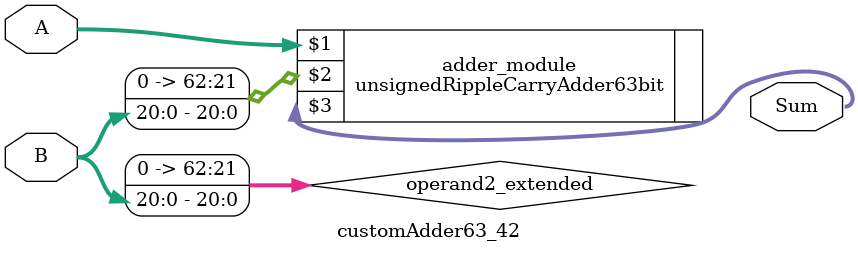
<source format=v>
module customAdder63_42(
                        input [62 : 0] A,
                        input [20 : 0] B,
                        
                        output [63 : 0] Sum
                );

        wire [62 : 0] operand2_extended;
        
        assign operand2_extended =  {42'b0, B};
        
        unsignedRippleCarryAdder63bit adder_module(
            A,
            operand2_extended,
            Sum
        );
        
        endmodule
        
</source>
